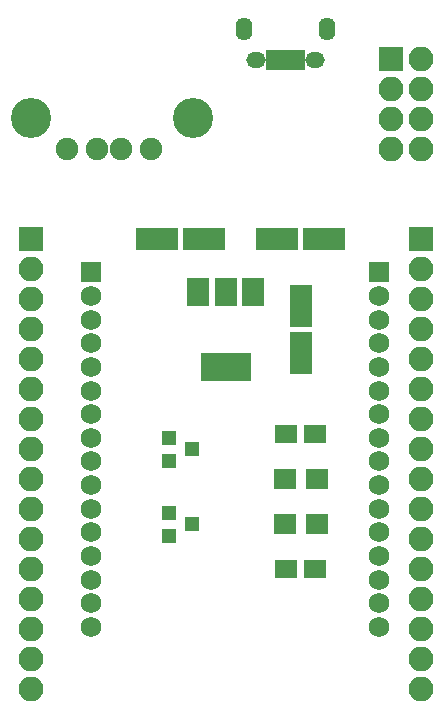
<source format=gts>
G04 #@! TF.FileFunction,Soldermask,Top*
%FSLAX46Y46*%
G04 Gerber Fmt 4.6, Leading zero omitted, Abs format (unit mm)*
G04 Created by KiCad (PCBNEW 4.0.5) date 02/24/17 16:37:27*
%MOMM*%
%LPD*%
G01*
G04 APERTURE LIST*
%ADD10C,0.100000*%
%ADD11R,1.900000X1.650000*%
%ADD12R,1.300000X1.200000*%
%ADD13R,0.800000X1.750000*%
%ADD14O,1.650000X1.350000*%
%ADD15O,1.400000X1.950000*%
%ADD16C,1.900000*%
%ADD17C,3.400000*%
%ADD18R,2.100000X2.100000*%
%ADD19O,2.100000X2.100000*%
%ADD20R,1.900000X1.700000*%
%ADD21R,4.200000X2.400000*%
%ADD22R,1.900000X2.400000*%
%ADD23R,3.600000X1.900000*%
%ADD24R,1.900000X3.600000*%
%ADD25C,1.750000*%
%ADD26R,1.750000X1.750000*%
G04 APERTURE END LIST*
D10*
D11*
X133330000Y-113030000D03*
X130830000Y-113030000D03*
X133330000Y-124460000D03*
X130830000Y-124460000D03*
D12*
X120920000Y-113350000D03*
X120920000Y-115250000D03*
X122920000Y-114300000D03*
X120920000Y-119700000D03*
X120920000Y-121600000D03*
X122920000Y-120650000D03*
D13*
X132110000Y-81360000D03*
X131460000Y-81360000D03*
X130810000Y-81360000D03*
X130160000Y-81360000D03*
X129510000Y-81360000D03*
D14*
X133310000Y-81360000D03*
X128310000Y-81360000D03*
D15*
X134310000Y-78660000D03*
X127310000Y-78660000D03*
D16*
X112270000Y-88900000D03*
X114810000Y-88900000D03*
X116840000Y-88900000D03*
X119380000Y-88900000D03*
D17*
X109220000Y-86230000D03*
X122940000Y-86230000D03*
D18*
X109220000Y-96520000D03*
D19*
X109220000Y-99060000D03*
X109220000Y-101600000D03*
X109220000Y-104140000D03*
X109220000Y-106680000D03*
X109220000Y-109220000D03*
X109220000Y-111760000D03*
X109220000Y-114300000D03*
X109220000Y-116840000D03*
X109220000Y-119380000D03*
X109220000Y-121920000D03*
X109220000Y-124460000D03*
X109220000Y-127000000D03*
X109220000Y-129540000D03*
X109220000Y-132080000D03*
X109220000Y-134620000D03*
D18*
X142240000Y-96520000D03*
D19*
X142240000Y-99060000D03*
X142240000Y-101600000D03*
X142240000Y-104140000D03*
X142240000Y-106680000D03*
X142240000Y-109220000D03*
X142240000Y-111760000D03*
X142240000Y-114300000D03*
X142240000Y-116840000D03*
X142240000Y-119380000D03*
X142240000Y-121920000D03*
X142240000Y-124460000D03*
X142240000Y-127000000D03*
X142240000Y-129540000D03*
X142240000Y-132080000D03*
X142240000Y-134620000D03*
D20*
X133430000Y-116840000D03*
X130730000Y-116840000D03*
X133430000Y-120650000D03*
X130730000Y-120650000D03*
D21*
X125730000Y-107290000D03*
D22*
X125730000Y-100990000D03*
X123430000Y-100990000D03*
X128030000Y-100990000D03*
D23*
X123920000Y-96520000D03*
X119920000Y-96520000D03*
X130080000Y-96520000D03*
X134080000Y-96520000D03*
D24*
X132080000Y-106140000D03*
X132080000Y-102140000D03*
D18*
X139700000Y-81280000D03*
D19*
X142240000Y-81280000D03*
X139700000Y-83820000D03*
X142240000Y-83820000D03*
X139700000Y-86360000D03*
X142240000Y-86360000D03*
X139700000Y-88900000D03*
X142240000Y-88900000D03*
D25*
X138692000Y-129314000D03*
X138692000Y-127314000D03*
X138692000Y-125314000D03*
X138692000Y-123314000D03*
X138692000Y-121314000D03*
X138692000Y-119314000D03*
X138692000Y-117314000D03*
X138692000Y-115314000D03*
X138692000Y-113314000D03*
X138692000Y-111314000D03*
X138692000Y-109314000D03*
X138692000Y-107314000D03*
X138692000Y-105314000D03*
X138692000Y-103314000D03*
X138692000Y-101314000D03*
D26*
X138692000Y-99314000D03*
X114292000Y-99314000D03*
D25*
X114292000Y-101314000D03*
X114292000Y-103314000D03*
X114292000Y-105314000D03*
X114292000Y-107314000D03*
X114292000Y-109314000D03*
X114292000Y-111314000D03*
X114292000Y-113314000D03*
X114292000Y-115314000D03*
X114292000Y-117314000D03*
X114292000Y-119314000D03*
X114292000Y-121314000D03*
X114292000Y-123314000D03*
X114292000Y-125314000D03*
X114292000Y-127314000D03*
X114292000Y-129314000D03*
M02*

</source>
